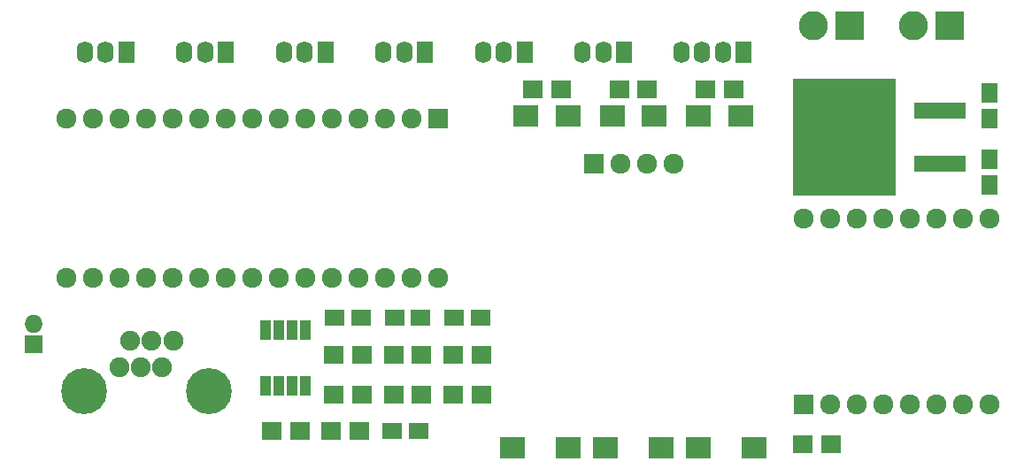
<source format=gts>
G04 #@! TF.GenerationSoftware,KiCad,Pcbnew,(2017-10-17 revision 537804b)-master*
G04 #@! TF.CreationDate,2017-12-04T11:47:58+01:00*
G04 #@! TF.ProjectId,TrainAutomator,547261696E4175746F6D61746F722E6B,rev?*
G04 #@! TF.SameCoordinates,Original*
G04 #@! TF.FileFunction,Soldermask,Top*
G04 #@! TF.FilePolarity,Negative*
%FSLAX46Y46*%
G04 Gerber Fmt 4.6, Leading zero omitted, Abs format (unit mm)*
G04 Created by KiCad (PCBNEW (2017-10-17 revision 537804b)-master) date 2017 December 04, Monday 11:47:58*
%MOMM*%
%LPD*%
G01*
G04 APERTURE LIST*
%ADD10C,1.924000*%
%ADD11R,1.924000X1.924000*%
%ADD12R,1.650000X1.900000*%
%ADD13R,1.900000X1.650000*%
%ADD14R,2.400000X2.100000*%
%ADD15C,2.800000*%
%ADD16R,2.800000X2.800000*%
%ADD17O,1.750000X1.750000*%
%ADD18R,1.750000X1.750000*%
%ADD19R,1.600000X2.100000*%
%ADD20O,1.600000X2.100000*%
%ADD21R,1.900000X1.700000*%
%ADD22R,2.400000X2.000000*%
%ADD23R,1.000000X1.950000*%
%ADD24R,9.800000X11.200000*%
%ADD25R,5.000000X1.500000*%
%ADD26C,4.400000*%
%ADD27C,1.900000*%
G04 APERTURE END LIST*
D10*
X89535000Y-36195000D03*
X92075000Y-36195000D03*
X94615000Y-36195000D03*
X97155000Y-36195000D03*
X99695000Y-36195000D03*
X102235000Y-36195000D03*
X104775000Y-36195000D03*
X107315000Y-36195000D03*
X107315000Y-53975000D03*
X104775000Y-53975000D03*
X102235000Y-53975000D03*
X99695000Y-53975000D03*
X97155000Y-53975000D03*
X94615000Y-53975000D03*
X92075000Y-53975000D03*
D11*
X89535000Y-53975000D03*
D12*
X107315000Y-33000000D03*
X107315000Y-30500000D03*
X107315000Y-24150000D03*
X107315000Y-26650000D03*
D13*
X50185000Y-56515000D03*
X52685000Y-56515000D03*
X47189230Y-45646866D03*
X44689230Y-45646866D03*
X52904230Y-45646866D03*
X50404230Y-45646866D03*
X58619230Y-45646866D03*
X56119230Y-45646866D03*
D14*
X71244230Y-26342866D03*
X75244230Y-26342866D03*
X62989230Y-26342866D03*
X66989230Y-26342866D03*
D15*
X100005000Y-17780000D03*
D16*
X103505000Y-17780000D03*
X93980000Y-17780000D03*
D15*
X90480000Y-17780000D03*
D17*
X15875000Y-46260000D03*
D18*
X15875000Y-48260000D03*
D19*
X62865000Y-20320000D03*
D20*
X60865000Y-20320000D03*
X58865000Y-20320000D03*
X77820000Y-20320000D03*
X79820000Y-20320000D03*
X81820000Y-20320000D03*
D19*
X83820000Y-20320000D03*
D20*
X49340000Y-20320000D03*
X51340000Y-20320000D03*
D19*
X53340000Y-20320000D03*
X43815000Y-20320000D03*
D20*
X41815000Y-20320000D03*
X39815000Y-20320000D03*
X30290000Y-20320000D03*
X32290000Y-20320000D03*
D19*
X34290000Y-20320000D03*
X24765000Y-20320000D03*
D20*
X22765000Y-20320000D03*
X20765000Y-20320000D03*
X68390000Y-20320000D03*
X70390000Y-20320000D03*
D19*
X72390000Y-20320000D03*
D21*
X89455000Y-57785000D03*
X92155000Y-57785000D03*
X38655000Y-56515000D03*
X41355000Y-56515000D03*
X47070000Y-56515000D03*
X44370000Y-56515000D03*
X44589230Y-49202866D03*
X47289230Y-49202866D03*
X50304230Y-49202866D03*
X53004230Y-49202866D03*
X56019230Y-49202866D03*
X58719230Y-49202866D03*
X44589230Y-53012866D03*
X47289230Y-53012866D03*
X50304230Y-53012866D03*
X53004230Y-53012866D03*
X56019230Y-53012866D03*
X58719230Y-53012866D03*
X80149230Y-23802866D03*
X82849230Y-23802866D03*
X71894230Y-23802866D03*
X74594230Y-23802866D03*
X66339230Y-23802866D03*
X63639230Y-23802866D03*
D22*
X61654230Y-58092866D03*
X67054230Y-58092866D03*
X75944230Y-58092866D03*
X70544230Y-58092866D03*
X79434230Y-58092866D03*
X84834230Y-58092866D03*
D23*
X41910000Y-52230000D03*
X40640000Y-52230000D03*
X39370000Y-52230000D03*
X38100000Y-52230000D03*
X38100000Y-46830000D03*
X39370000Y-46830000D03*
X40640000Y-46830000D03*
X41910000Y-46830000D03*
D24*
X93399000Y-28448000D03*
D25*
X102549000Y-25908000D03*
X102549000Y-30988000D03*
D11*
X69469000Y-30988000D03*
D10*
X72009000Y-30988000D03*
X74549000Y-30988000D03*
X77089000Y-30988000D03*
D14*
X79499230Y-26342866D03*
X83499230Y-26342866D03*
D11*
X54610000Y-26670000D03*
D10*
X52070000Y-26670000D03*
X49530000Y-26670000D03*
X46990000Y-26670000D03*
X44450000Y-26670000D03*
X41910000Y-26670000D03*
X39370000Y-26670000D03*
X36830000Y-26670000D03*
X34290000Y-26670000D03*
X31750000Y-26670000D03*
X29210000Y-26670000D03*
X26670000Y-26670000D03*
X24130000Y-26670000D03*
X21590000Y-26670000D03*
X19050000Y-26670000D03*
X19050000Y-41910000D03*
X21590000Y-41910000D03*
X24130000Y-41910000D03*
X26670000Y-41910000D03*
X29210000Y-41910000D03*
X31750000Y-41910000D03*
X34290000Y-41910000D03*
X36830000Y-41910000D03*
X39370000Y-41910000D03*
X41910000Y-41910000D03*
X44450000Y-41910000D03*
X46990000Y-41910000D03*
X49530000Y-41910000D03*
X52070000Y-41910000D03*
X54610000Y-41910000D03*
D26*
X32670000Y-52705000D03*
X20670000Y-52705000D03*
D27*
X26160000Y-50405000D03*
X27180000Y-47865000D03*
X28200000Y-50405000D03*
X29220000Y-47865000D03*
X25140000Y-47865000D03*
X24120000Y-50405000D03*
M02*

</source>
